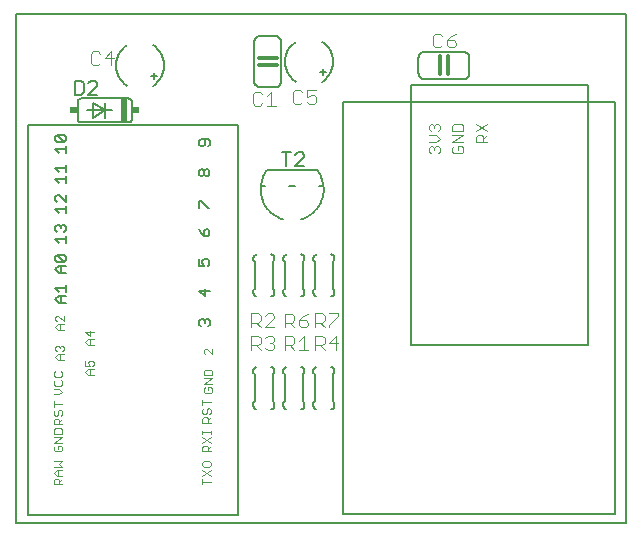
<source format=gto>
G75*
%MOIN*%
%OFA0B0*%
%FSLAX24Y24*%
%IPPOS*%
%LPD*%
%AMOC8*
5,1,8,0,0,1.08239X$1,22.5*
%
%ADD10C,0.0080*%
%ADD11C,0.0060*%
%ADD12C,0.0040*%
%ADD13C,0.0120*%
%ADD14C,0.0050*%
%ADD15C,0.0030*%
%ADD16R,0.0200X0.0800*%
%ADD17R,0.0250X0.0200*%
D10*
X003400Y002400D02*
X023701Y002400D01*
X023701Y019382D01*
X003400Y019382D01*
X003400Y002400D01*
X003775Y002650D02*
X010775Y002650D01*
X010775Y015650D01*
X003775Y015650D01*
X003775Y002650D01*
D11*
X011300Y006300D02*
X011300Y006400D01*
X011350Y006450D01*
X011350Y007350D01*
X011300Y007400D01*
X011300Y007500D01*
X011302Y007517D01*
X011306Y007534D01*
X011313Y007550D01*
X011323Y007564D01*
X011336Y007577D01*
X011350Y007587D01*
X011366Y007594D01*
X011383Y007598D01*
X011400Y007600D01*
X011900Y007600D02*
X011917Y007598D01*
X011934Y007594D01*
X011950Y007587D01*
X011964Y007577D01*
X011977Y007564D01*
X011987Y007550D01*
X011994Y007534D01*
X011998Y007517D01*
X012000Y007500D01*
X012000Y007400D01*
X011950Y007350D01*
X011950Y006450D01*
X012000Y006400D01*
X012000Y006300D01*
X011998Y006283D01*
X011994Y006266D01*
X011987Y006250D01*
X011977Y006236D01*
X011964Y006223D01*
X011950Y006213D01*
X011934Y006206D01*
X011917Y006202D01*
X011900Y006200D01*
X012300Y006300D02*
X012300Y006400D01*
X012350Y006450D01*
X012350Y007350D01*
X012300Y007400D01*
X012300Y007500D01*
X012302Y007517D01*
X012306Y007534D01*
X012313Y007550D01*
X012323Y007564D01*
X012336Y007577D01*
X012350Y007587D01*
X012366Y007594D01*
X012383Y007598D01*
X012400Y007600D01*
X012900Y007600D02*
X012917Y007598D01*
X012934Y007594D01*
X012950Y007587D01*
X012964Y007577D01*
X012977Y007564D01*
X012987Y007550D01*
X012994Y007534D01*
X012998Y007517D01*
X013000Y007500D01*
X013000Y007400D01*
X012950Y007350D01*
X012950Y006450D01*
X013000Y006400D01*
X013000Y006300D01*
X012998Y006283D01*
X012994Y006266D01*
X012987Y006250D01*
X012977Y006236D01*
X012964Y006223D01*
X012950Y006213D01*
X012934Y006206D01*
X012917Y006202D01*
X012900Y006200D01*
X013300Y006300D02*
X013300Y006400D01*
X013350Y006450D01*
X013350Y007350D01*
X013300Y007400D01*
X013300Y007500D01*
X013302Y007517D01*
X013306Y007534D01*
X013313Y007550D01*
X013323Y007564D01*
X013336Y007577D01*
X013350Y007587D01*
X013366Y007594D01*
X013383Y007598D01*
X013400Y007600D01*
X013900Y007600D02*
X013917Y007598D01*
X013934Y007594D01*
X013950Y007587D01*
X013964Y007577D01*
X013977Y007564D01*
X013987Y007550D01*
X013994Y007534D01*
X013998Y007517D01*
X014000Y007500D01*
X014000Y007400D01*
X013950Y007350D01*
X013950Y006450D01*
X014000Y006400D01*
X014000Y006300D01*
X013998Y006283D01*
X013994Y006266D01*
X013987Y006250D01*
X013977Y006236D01*
X013964Y006223D01*
X013950Y006213D01*
X013934Y006206D01*
X013917Y006202D01*
X013900Y006200D01*
X013400Y006200D02*
X013383Y006202D01*
X013366Y006206D01*
X013350Y006213D01*
X013336Y006223D01*
X013323Y006236D01*
X013313Y006250D01*
X013306Y006266D01*
X013302Y006283D01*
X013300Y006300D01*
X012400Y006200D02*
X012383Y006202D01*
X012366Y006206D01*
X012350Y006213D01*
X012336Y006223D01*
X012323Y006236D01*
X012313Y006250D01*
X012306Y006266D01*
X012302Y006283D01*
X012300Y006300D01*
X011400Y006200D02*
X011383Y006202D01*
X011366Y006206D01*
X011350Y006213D01*
X011336Y006223D01*
X011323Y006236D01*
X011313Y006250D01*
X011306Y006266D01*
X011302Y006283D01*
X011300Y006300D01*
X011300Y010050D02*
X011300Y010150D01*
X011350Y010200D01*
X011350Y011100D01*
X011300Y011150D01*
X011300Y011250D01*
X011302Y011267D01*
X011306Y011284D01*
X011313Y011300D01*
X011323Y011314D01*
X011336Y011327D01*
X011350Y011337D01*
X011366Y011344D01*
X011383Y011348D01*
X011400Y011350D01*
X011900Y011350D02*
X011917Y011348D01*
X011934Y011344D01*
X011950Y011337D01*
X011964Y011327D01*
X011977Y011314D01*
X011987Y011300D01*
X011994Y011284D01*
X011998Y011267D01*
X012000Y011250D01*
X012000Y011150D01*
X011950Y011100D01*
X011950Y010200D01*
X012000Y010150D01*
X012000Y010050D01*
X011998Y010033D01*
X011994Y010016D01*
X011987Y010000D01*
X011977Y009986D01*
X011964Y009973D01*
X011950Y009963D01*
X011934Y009956D01*
X011917Y009952D01*
X011900Y009950D01*
X012300Y010050D02*
X012300Y010150D01*
X012350Y010200D01*
X012350Y011100D01*
X012300Y011150D01*
X012300Y011250D01*
X012302Y011267D01*
X012306Y011284D01*
X012313Y011300D01*
X012323Y011314D01*
X012336Y011327D01*
X012350Y011337D01*
X012366Y011344D01*
X012383Y011348D01*
X012400Y011350D01*
X012900Y011350D02*
X012917Y011348D01*
X012934Y011344D01*
X012950Y011337D01*
X012964Y011327D01*
X012977Y011314D01*
X012987Y011300D01*
X012994Y011284D01*
X012998Y011267D01*
X013000Y011250D01*
X013000Y011150D01*
X012950Y011100D01*
X012950Y010200D01*
X013000Y010150D01*
X013000Y010050D01*
X012998Y010033D01*
X012994Y010016D01*
X012987Y010000D01*
X012977Y009986D01*
X012964Y009973D01*
X012950Y009963D01*
X012934Y009956D01*
X012917Y009952D01*
X012900Y009950D01*
X013300Y010050D02*
X013300Y010150D01*
X013350Y010200D01*
X013350Y011100D01*
X013300Y011150D01*
X013300Y011250D01*
X013302Y011267D01*
X013306Y011284D01*
X013313Y011300D01*
X013323Y011314D01*
X013336Y011327D01*
X013350Y011337D01*
X013366Y011344D01*
X013383Y011348D01*
X013400Y011350D01*
X013900Y011350D02*
X013917Y011348D01*
X013934Y011344D01*
X013950Y011337D01*
X013964Y011327D01*
X013977Y011314D01*
X013987Y011300D01*
X013994Y011284D01*
X013998Y011267D01*
X014000Y011250D01*
X014000Y011150D01*
X013950Y011100D01*
X013950Y010200D01*
X014000Y010150D01*
X014000Y010050D01*
X013998Y010033D01*
X013994Y010016D01*
X013987Y010000D01*
X013977Y009986D01*
X013964Y009973D01*
X013950Y009963D01*
X013934Y009956D01*
X013917Y009952D01*
X013900Y009950D01*
X013400Y009950D02*
X013383Y009952D01*
X013366Y009956D01*
X013350Y009963D01*
X013336Y009973D01*
X013323Y009986D01*
X013313Y010000D01*
X013306Y010016D01*
X013302Y010033D01*
X013300Y010050D01*
X012400Y009950D02*
X012383Y009952D01*
X012366Y009956D01*
X012350Y009963D01*
X012336Y009973D01*
X012323Y009986D01*
X012313Y010000D01*
X012306Y010016D01*
X012302Y010033D01*
X012300Y010050D01*
X011400Y009950D02*
X011383Y009952D01*
X011366Y009956D01*
X011350Y009963D01*
X011336Y009973D01*
X011323Y009986D01*
X011313Y010000D01*
X011306Y010016D01*
X011302Y010033D01*
X011300Y010050D01*
X007138Y015750D02*
X005538Y015750D01*
X005521Y015752D01*
X005504Y015756D01*
X005488Y015763D01*
X005474Y015773D01*
X005461Y015786D01*
X005451Y015800D01*
X005444Y015816D01*
X005440Y015833D01*
X005438Y015850D01*
X005438Y016450D01*
X005440Y016467D01*
X005444Y016484D01*
X005451Y016500D01*
X005461Y016514D01*
X005474Y016527D01*
X005488Y016537D01*
X005504Y016544D01*
X005521Y016548D01*
X005538Y016550D01*
X007138Y016550D01*
X007155Y016548D01*
X007172Y016544D01*
X007188Y016537D01*
X007202Y016527D01*
X007215Y016514D01*
X007225Y016500D01*
X007232Y016484D01*
X007236Y016467D01*
X007238Y016450D01*
X007238Y015850D01*
X007236Y015833D01*
X007232Y015816D01*
X007225Y015800D01*
X007215Y015786D01*
X007202Y015773D01*
X007188Y015763D01*
X007172Y015756D01*
X007155Y015752D01*
X007138Y015750D01*
X006588Y016150D02*
X006338Y016150D01*
X006338Y016400D01*
X006338Y016150D02*
X006338Y015900D01*
X006338Y016150D02*
X005938Y015900D01*
X005938Y016400D01*
X006338Y016150D01*
X005738Y016150D01*
X007871Y017301D02*
X008071Y017301D01*
X007971Y017401D02*
X007971Y017201D01*
X007082Y016982D02*
X007037Y017014D01*
X006995Y017048D01*
X006955Y017086D01*
X006918Y017125D01*
X006883Y017168D01*
X006852Y017212D01*
X006824Y017259D01*
X006798Y017308D01*
X006777Y017358D01*
X006758Y017409D01*
X006744Y017462D01*
X006733Y017515D01*
X006725Y017569D01*
X006721Y017624D01*
X006721Y017678D01*
X006725Y017733D01*
X006733Y017787D01*
X006744Y017840D01*
X006758Y017893D01*
X006777Y017944D01*
X006798Y017994D01*
X006824Y018043D01*
X006852Y018090D01*
X006883Y018134D01*
X006918Y018177D01*
X006955Y018216D01*
X006995Y018254D01*
X007037Y018288D01*
X007082Y018320D01*
X007960Y018320D02*
X008005Y018288D01*
X008047Y018254D01*
X008087Y018216D01*
X008124Y018177D01*
X008159Y018134D01*
X008190Y018090D01*
X008218Y018043D01*
X008244Y017994D01*
X008265Y017944D01*
X008284Y017893D01*
X008298Y017840D01*
X008309Y017787D01*
X008317Y017733D01*
X008321Y017678D01*
X008321Y017624D01*
X008317Y017569D01*
X008309Y017515D01*
X008298Y017462D01*
X008284Y017409D01*
X008265Y017358D01*
X008244Y017308D01*
X008218Y017259D01*
X008190Y017212D01*
X008159Y017168D01*
X008124Y017125D01*
X008087Y017086D01*
X008047Y017048D01*
X008005Y017014D01*
X007960Y016982D01*
X011325Y017133D02*
X011325Y018433D01*
X011327Y018459D01*
X011332Y018485D01*
X011340Y018510D01*
X011352Y018533D01*
X011366Y018555D01*
X011384Y018574D01*
X011403Y018592D01*
X011425Y018606D01*
X011448Y018618D01*
X011473Y018626D01*
X011499Y018631D01*
X011525Y018633D01*
X012025Y018633D01*
X012051Y018631D01*
X012077Y018626D01*
X012102Y018618D01*
X012125Y018606D01*
X012147Y018592D01*
X012166Y018574D01*
X012184Y018555D01*
X012198Y018533D01*
X012210Y018510D01*
X012218Y018485D01*
X012223Y018459D01*
X012225Y018433D01*
X012225Y017133D01*
X012223Y017107D01*
X012218Y017081D01*
X012210Y017056D01*
X012198Y017033D01*
X012184Y017011D01*
X012166Y016992D01*
X012147Y016974D01*
X012125Y016960D01*
X012102Y016948D01*
X012077Y016940D01*
X012051Y016935D01*
X012025Y016933D01*
X011525Y016933D01*
X011499Y016935D01*
X011473Y016940D01*
X011448Y016948D01*
X011425Y016960D01*
X011403Y016974D01*
X011384Y016992D01*
X011366Y017011D01*
X011352Y017033D01*
X011340Y017056D01*
X011332Y017081D01*
X011327Y017107D01*
X011325Y017133D01*
X013590Y017109D02*
X013635Y017141D01*
X013677Y017175D01*
X013717Y017213D01*
X013754Y017252D01*
X013789Y017295D01*
X013820Y017339D01*
X013848Y017386D01*
X013874Y017435D01*
X013895Y017485D01*
X013914Y017536D01*
X013928Y017589D01*
X013939Y017642D01*
X013947Y017696D01*
X013951Y017751D01*
X013951Y017805D01*
X013947Y017860D01*
X013939Y017914D01*
X013928Y017967D01*
X013914Y018020D01*
X013895Y018071D01*
X013874Y018121D01*
X013848Y018170D01*
X013820Y018217D01*
X013789Y018261D01*
X013754Y018304D01*
X013717Y018343D01*
X013677Y018381D01*
X013635Y018415D01*
X013590Y018447D01*
X012712Y018447D02*
X012667Y018415D01*
X012625Y018381D01*
X012585Y018343D01*
X012548Y018304D01*
X012513Y018261D01*
X012482Y018217D01*
X012454Y018170D01*
X012428Y018121D01*
X012407Y018071D01*
X012388Y018020D01*
X012374Y017967D01*
X012363Y017914D01*
X012355Y017860D01*
X012351Y017805D01*
X012351Y017751D01*
X012355Y017696D01*
X012363Y017642D01*
X012374Y017589D01*
X012388Y017536D01*
X012407Y017485D01*
X012428Y017435D01*
X012454Y017386D01*
X012482Y017339D01*
X012513Y017295D01*
X012548Y017252D01*
X012585Y017213D01*
X012625Y017175D01*
X012667Y017141D01*
X012712Y017109D01*
X013501Y017428D02*
X013701Y017428D01*
X013601Y017528D02*
X013601Y017328D01*
X016800Y017400D02*
X016800Y017900D01*
X016802Y017926D01*
X016807Y017952D01*
X016815Y017977D01*
X016827Y018000D01*
X016841Y018022D01*
X016859Y018041D01*
X016878Y018059D01*
X016900Y018073D01*
X016923Y018085D01*
X016948Y018093D01*
X016974Y018098D01*
X017000Y018100D01*
X018300Y018100D01*
X018326Y018098D01*
X018352Y018093D01*
X018377Y018085D01*
X018400Y018073D01*
X018422Y018059D01*
X018441Y018041D01*
X018459Y018022D01*
X018473Y018000D01*
X018485Y017977D01*
X018493Y017952D01*
X018498Y017926D01*
X018500Y017900D01*
X018500Y017400D01*
X018498Y017374D01*
X018493Y017348D01*
X018485Y017323D01*
X018473Y017300D01*
X018459Y017278D01*
X018441Y017259D01*
X018422Y017241D01*
X018400Y017227D01*
X018377Y017215D01*
X018352Y017207D01*
X018326Y017202D01*
X018300Y017200D01*
X017000Y017200D01*
X016974Y017202D01*
X016948Y017207D01*
X016923Y017215D01*
X016900Y017227D01*
X016878Y017241D01*
X016859Y017259D01*
X016841Y017278D01*
X016827Y017300D01*
X016815Y017323D01*
X016807Y017348D01*
X016802Y017374D01*
X016800Y017400D01*
D12*
X017359Y018255D02*
X017513Y018255D01*
X017590Y018332D01*
X017743Y018332D02*
X017820Y018255D01*
X017973Y018255D01*
X018050Y018332D01*
X018050Y018409D01*
X017973Y018485D01*
X017743Y018485D01*
X017743Y018332D01*
X017743Y018485D02*
X017896Y018639D01*
X018050Y018716D01*
X017590Y018639D02*
X017513Y018716D01*
X017359Y018716D01*
X017283Y018639D01*
X017283Y018332D01*
X017359Y018255D01*
X013389Y016831D02*
X013082Y016831D01*
X013082Y016601D01*
X013235Y016678D01*
X013312Y016678D01*
X013389Y016601D01*
X013389Y016448D01*
X013312Y016371D01*
X013158Y016371D01*
X013082Y016448D01*
X012928Y016448D02*
X012851Y016371D01*
X012698Y016371D01*
X012621Y016448D01*
X012621Y016754D01*
X012698Y016831D01*
X012851Y016831D01*
X012928Y016754D01*
X012047Y016313D02*
X011740Y016313D01*
X011893Y016313D02*
X011893Y016773D01*
X011740Y016619D01*
X011586Y016696D02*
X011509Y016773D01*
X011356Y016773D01*
X011279Y016696D01*
X011279Y016389D01*
X011356Y016313D01*
X011509Y016313D01*
X011586Y016389D01*
X006641Y017888D02*
X006334Y017888D01*
X006564Y018118D01*
X006564Y017658D01*
X006180Y017735D02*
X006103Y017658D01*
X005950Y017658D01*
X005873Y017735D01*
X005873Y018042D01*
X005950Y018118D01*
X006103Y018118D01*
X006180Y018042D01*
X004975Y009312D02*
X004975Y009125D01*
X004788Y009312D01*
X004741Y009312D01*
X004695Y009265D01*
X004695Y009172D01*
X004741Y009125D01*
X004788Y009018D02*
X004695Y008924D01*
X004788Y008831D01*
X004975Y008831D01*
X004835Y008831D02*
X004835Y009018D01*
X004788Y009018D02*
X004975Y009018D01*
X005695Y008765D02*
X005835Y008625D01*
X005835Y008812D01*
X005975Y008765D02*
X005695Y008765D01*
X005788Y008518D02*
X005975Y008518D01*
X005835Y008518D02*
X005835Y008331D01*
X005788Y008331D02*
X005975Y008331D01*
X005788Y008331D02*
X005695Y008424D01*
X005788Y008518D01*
X004975Y008265D02*
X004975Y008172D01*
X004928Y008125D01*
X004975Y008018D02*
X004788Y008018D01*
X004695Y007924D01*
X004788Y007831D01*
X004975Y007831D01*
X004835Y007831D02*
X004835Y008018D01*
X004741Y008125D02*
X004695Y008172D01*
X004695Y008265D01*
X004741Y008312D01*
X004788Y008312D01*
X004835Y008265D01*
X004882Y008312D01*
X004928Y008312D01*
X004975Y008265D01*
X004835Y008265D02*
X004835Y008219D01*
X005695Y007812D02*
X005695Y007625D01*
X005835Y007625D01*
X005788Y007719D01*
X005788Y007765D01*
X005835Y007812D01*
X005928Y007812D01*
X005975Y007765D01*
X005975Y007672D01*
X005928Y007625D01*
X005975Y007518D02*
X005788Y007518D01*
X005695Y007424D01*
X005788Y007331D01*
X005975Y007331D01*
X005835Y007331D02*
X005835Y007518D01*
X004925Y007415D02*
X004878Y007462D01*
X004925Y007415D02*
X004925Y007322D01*
X004878Y007275D01*
X004691Y007275D01*
X004645Y007322D01*
X004645Y007415D01*
X004691Y007462D01*
X004691Y007168D02*
X004645Y007121D01*
X004645Y007027D01*
X004691Y006981D01*
X004878Y006981D01*
X004925Y007027D01*
X004925Y007121D01*
X004878Y007168D01*
X004832Y006873D02*
X004645Y006873D01*
X004832Y006873D02*
X004925Y006779D01*
X004832Y006686D01*
X004645Y006686D01*
X004645Y006462D02*
X004645Y006275D01*
X004645Y006369D02*
X004925Y006369D01*
X004878Y006168D02*
X004925Y006121D01*
X004925Y006027D01*
X004878Y005981D01*
X004785Y006027D02*
X004785Y006121D01*
X004832Y006168D01*
X004878Y006168D01*
X004785Y006027D02*
X004738Y005981D01*
X004691Y005981D01*
X004645Y006027D01*
X004645Y006121D01*
X004691Y006168D01*
X004691Y005873D02*
X004785Y005873D01*
X004832Y005826D01*
X004832Y005686D01*
X004925Y005686D02*
X004645Y005686D01*
X004645Y005826D01*
X004691Y005873D01*
X004832Y005779D02*
X004925Y005873D01*
X004878Y005562D02*
X004691Y005562D01*
X004645Y005515D01*
X004645Y005375D01*
X004925Y005375D01*
X004925Y005515D01*
X004878Y005562D01*
X004925Y005268D02*
X004645Y005268D01*
X004645Y005081D02*
X004925Y005268D01*
X004925Y005081D02*
X004645Y005081D01*
X004691Y004973D02*
X004645Y004926D01*
X004645Y004833D01*
X004691Y004786D01*
X004878Y004786D01*
X004925Y004833D01*
X004925Y004926D01*
X004878Y004973D01*
X004785Y004973D01*
X004785Y004879D01*
X004925Y004462D02*
X004645Y004462D01*
X004645Y004275D02*
X004925Y004275D01*
X004832Y004369D01*
X004925Y004462D01*
X004925Y004168D02*
X004738Y004168D01*
X004645Y004074D01*
X004738Y003981D01*
X004925Y003981D01*
X004925Y003873D02*
X004832Y003779D01*
X004832Y003826D02*
X004832Y003686D01*
X004925Y003686D02*
X004645Y003686D01*
X004645Y003826D01*
X004691Y003873D01*
X004785Y003873D01*
X004832Y003826D01*
X004785Y003981D02*
X004785Y004168D01*
X009595Y004168D02*
X009875Y003981D01*
X009875Y004168D02*
X009595Y003981D01*
X009595Y003873D02*
X009595Y003686D01*
X009595Y003779D02*
X009875Y003779D01*
X009828Y004275D02*
X009875Y004322D01*
X009875Y004415D01*
X009828Y004462D01*
X009641Y004462D01*
X009595Y004415D01*
X009595Y004322D01*
X009641Y004275D01*
X009828Y004275D01*
X009782Y004784D02*
X009782Y004924D01*
X009735Y004971D01*
X009641Y004971D01*
X009595Y004924D01*
X009595Y004784D01*
X009875Y004784D01*
X009782Y004878D02*
X009875Y004971D01*
X009875Y005079D02*
X009595Y005266D01*
X009595Y005374D02*
X009595Y005467D01*
X009595Y005420D02*
X009875Y005420D01*
X009875Y005374D02*
X009875Y005467D01*
X009875Y005266D02*
X009595Y005079D01*
X009595Y005736D02*
X009595Y005876D01*
X009641Y005923D01*
X009735Y005923D01*
X009782Y005876D01*
X009782Y005736D01*
X009875Y005736D02*
X009595Y005736D01*
X009782Y005829D02*
X009875Y005923D01*
X009828Y006031D02*
X009875Y006077D01*
X009875Y006171D01*
X009828Y006218D01*
X009782Y006218D01*
X009735Y006171D01*
X009735Y006077D01*
X009688Y006031D01*
X009641Y006031D01*
X009595Y006077D01*
X009595Y006171D01*
X009641Y006218D01*
X009595Y006325D02*
X009595Y006512D01*
X009595Y006419D02*
X009875Y006419D01*
X009878Y006736D02*
X009691Y006736D01*
X009645Y006783D01*
X009645Y006876D01*
X009691Y006923D01*
X009785Y006923D02*
X009785Y006829D01*
X009785Y006923D02*
X009878Y006923D01*
X009925Y006876D01*
X009925Y006783D01*
X009878Y006736D01*
X009925Y007031D02*
X009645Y007031D01*
X009925Y007218D01*
X009645Y007218D01*
X009645Y007325D02*
X009645Y007465D01*
X009691Y007512D01*
X009878Y007512D01*
X009925Y007465D01*
X009925Y007325D01*
X009645Y007325D01*
X009691Y008025D02*
X009645Y008072D01*
X009645Y008165D01*
X009691Y008212D01*
X009738Y008212D01*
X009925Y008025D01*
X009925Y008212D01*
X011233Y008170D02*
X011233Y008630D01*
X011463Y008630D01*
X011539Y008554D01*
X011539Y008400D01*
X011463Y008323D01*
X011233Y008323D01*
X011386Y008323D02*
X011539Y008170D01*
X011693Y008247D02*
X011770Y008170D01*
X011923Y008170D01*
X012000Y008247D01*
X012000Y008323D01*
X011923Y008400D01*
X011846Y008400D01*
X011923Y008400D02*
X012000Y008477D01*
X012000Y008554D01*
X011923Y008630D01*
X011770Y008630D01*
X011693Y008554D01*
X012358Y008628D02*
X012588Y008628D01*
X012664Y008551D01*
X012664Y008398D01*
X012588Y008321D01*
X012358Y008321D01*
X012511Y008321D02*
X012664Y008168D01*
X012818Y008168D02*
X013125Y008168D01*
X012971Y008168D02*
X012971Y008628D01*
X012818Y008474D01*
X013360Y008326D02*
X013590Y008326D01*
X013667Y008403D01*
X013667Y008556D01*
X013590Y008633D01*
X013360Y008633D01*
X013360Y008173D01*
X013513Y008326D02*
X013667Y008173D01*
X013820Y008403D02*
X014127Y008403D01*
X014051Y008173D02*
X014051Y008633D01*
X013820Y008403D01*
X013825Y008928D02*
X013825Y009004D01*
X014132Y009311D01*
X014132Y009388D01*
X013825Y009388D01*
X013672Y009311D02*
X013672Y009158D01*
X013595Y009081D01*
X013365Y009081D01*
X013518Y009081D02*
X013672Y008928D01*
X013365Y008928D02*
X013365Y009388D01*
X013595Y009388D01*
X013672Y009311D01*
X013120Y009383D02*
X012966Y009306D01*
X012813Y009153D01*
X013043Y009153D01*
X013120Y009076D01*
X013120Y008999D01*
X013043Y008923D01*
X012890Y008923D01*
X012813Y008999D01*
X012813Y009153D01*
X012659Y009153D02*
X012659Y009306D01*
X012583Y009383D01*
X012353Y009383D01*
X012353Y008923D01*
X012353Y009076D02*
X012583Y009076D01*
X012659Y009153D01*
X012506Y009076D02*
X012659Y008923D01*
X012358Y008628D02*
X012358Y008168D01*
X012000Y008925D02*
X011693Y008925D01*
X012000Y009232D01*
X012000Y009309D01*
X011923Y009385D01*
X011770Y009385D01*
X011693Y009309D01*
X011539Y009309D02*
X011539Y009155D01*
X011463Y009078D01*
X011233Y009078D01*
X011386Y009078D02*
X011539Y008925D01*
X011233Y008925D02*
X011233Y009385D01*
X011463Y009385D01*
X011539Y009309D01*
D13*
X017520Y017350D02*
X017520Y017950D01*
X017770Y017950D02*
X017770Y017350D01*
X012075Y017653D02*
X011475Y017653D01*
X011475Y017903D02*
X012075Y017903D01*
D14*
X014294Y016437D02*
X014294Y002697D01*
X023349Y002697D01*
X023349Y016437D01*
X014294Y016437D01*
X016537Y016990D02*
X016537Y008329D01*
X022443Y008329D01*
X022443Y016990D01*
X016537Y016990D01*
X012998Y014675D02*
X012923Y014750D01*
X012773Y014750D01*
X012698Y014675D01*
X012538Y014750D02*
X012238Y014750D01*
X012388Y014750D02*
X012388Y014300D01*
X012698Y014300D02*
X012998Y014600D01*
X012998Y014675D01*
X012998Y014300D02*
X012698Y014300D01*
X013412Y014175D02*
X011763Y014175D01*
X011700Y013625D02*
X011542Y013625D01*
X012475Y013625D02*
X012700Y013625D01*
X013412Y014175D02*
X013447Y014127D01*
X013480Y014077D01*
X013511Y014025D01*
X013538Y013971D01*
X013562Y013916D01*
X013582Y013859D01*
X013600Y013802D01*
X013614Y013744D01*
X013625Y013685D01*
X013632Y013625D01*
X013633Y013625D02*
X013475Y013625D01*
X013633Y013625D02*
X013637Y013563D01*
X013638Y013500D01*
X013634Y013438D01*
X013627Y013376D01*
X013617Y013315D01*
X013602Y013254D01*
X013584Y013194D01*
X013563Y013135D01*
X013538Y013078D01*
X013510Y013023D01*
X013479Y012969D01*
X013444Y012917D01*
X013406Y012867D01*
X013366Y012820D01*
X013322Y012775D01*
X013277Y012732D01*
X013228Y012693D01*
X013178Y012656D01*
X013125Y012623D01*
X013071Y012592D01*
X013014Y012565D01*
X012957Y012542D01*
X012898Y012522D01*
X012277Y012522D02*
X012217Y012542D01*
X012158Y012566D01*
X012101Y012594D01*
X012046Y012625D01*
X011992Y012660D01*
X011941Y012697D01*
X011892Y012738D01*
X011846Y012782D01*
X011802Y012828D01*
X011761Y012877D01*
X011723Y012928D01*
X011689Y012981D01*
X011657Y013037D01*
X011630Y013094D01*
X011605Y013153D01*
X011585Y013213D01*
X011567Y013274D01*
X011554Y013336D01*
X011545Y013399D01*
X011539Y013462D01*
X011537Y013526D01*
X011539Y013590D01*
X011545Y013653D01*
X011554Y013716D01*
X011568Y013778D01*
X011585Y013839D01*
X011606Y013899D01*
X011630Y013958D01*
X011658Y014015D01*
X011690Y014071D01*
X011725Y014124D01*
X011762Y014175D01*
X009850Y015015D02*
X009850Y015132D01*
X009792Y015190D01*
X009558Y015190D01*
X009500Y015132D01*
X009500Y015015D01*
X009558Y014957D01*
X009616Y014957D01*
X009675Y015015D01*
X009675Y015190D01*
X009850Y015015D02*
X009792Y014957D01*
X009772Y014190D02*
X009830Y014132D01*
X009830Y014015D01*
X009772Y013957D01*
X009713Y013957D01*
X009655Y014015D01*
X009655Y014132D01*
X009713Y014190D01*
X009772Y014190D01*
X009655Y014132D02*
X009596Y014190D01*
X009538Y014190D01*
X009480Y014132D01*
X009480Y014015D01*
X009538Y013957D01*
X009596Y013957D01*
X009655Y014015D01*
X009538Y013140D02*
X009772Y012907D01*
X009830Y012907D01*
X009480Y012907D02*
X009480Y013140D01*
X009538Y013140D01*
X009480Y012190D02*
X009538Y012073D01*
X009655Y011957D01*
X009655Y012132D01*
X009713Y012190D01*
X009772Y012190D01*
X009830Y012132D01*
X009830Y012015D01*
X009772Y011957D01*
X009655Y011957D01*
X009655Y011190D02*
X009772Y011190D01*
X009830Y011132D01*
X009830Y011015D01*
X009772Y010957D01*
X009655Y010957D02*
X009596Y011073D01*
X009596Y011132D01*
X009655Y011190D01*
X009480Y011190D02*
X009480Y010957D01*
X009655Y010957D01*
X009675Y010190D02*
X009675Y009957D01*
X009500Y010132D01*
X009850Y010132D01*
X009792Y009190D02*
X009850Y009132D01*
X009850Y009015D01*
X009792Y008957D01*
X009675Y009073D02*
X009675Y009132D01*
X009733Y009190D01*
X009792Y009190D01*
X009675Y009132D02*
X009616Y009190D01*
X009558Y009190D01*
X009500Y009132D01*
X009500Y009015D01*
X009558Y008957D01*
X005050Y009738D02*
X004816Y009738D01*
X004700Y009855D01*
X004816Y009972D01*
X005050Y009972D01*
X005050Y010107D02*
X005050Y010340D01*
X005050Y010223D02*
X004700Y010223D01*
X004816Y010107D01*
X004875Y009972D02*
X004875Y009738D01*
X004875Y010738D02*
X004875Y010972D01*
X004816Y010972D02*
X005050Y010972D01*
X004992Y011107D02*
X004758Y011340D01*
X004992Y011340D01*
X005050Y011282D01*
X005050Y011165D01*
X004992Y011107D01*
X004758Y011107D01*
X004700Y011165D01*
X004700Y011282D01*
X004758Y011340D01*
X004816Y010972D02*
X004700Y010855D01*
X004816Y010738D01*
X005050Y010738D01*
X005050Y011738D02*
X005050Y011972D01*
X005050Y011855D02*
X004700Y011855D01*
X004816Y011738D01*
X004758Y012107D02*
X004700Y012165D01*
X004700Y012282D01*
X004758Y012340D01*
X004816Y012340D01*
X004875Y012282D01*
X004933Y012340D01*
X004992Y012340D01*
X005050Y012282D01*
X005050Y012165D01*
X004992Y012107D01*
X004875Y012223D02*
X004875Y012282D01*
X004816Y012738D02*
X004700Y012855D01*
X005050Y012855D01*
X005050Y012738D02*
X005050Y012972D01*
X005050Y013107D02*
X004816Y013340D01*
X004758Y013340D01*
X004700Y013282D01*
X004700Y013165D01*
X004758Y013107D01*
X005050Y013107D02*
X005050Y013340D01*
X005050Y013738D02*
X005050Y013972D01*
X005050Y013855D02*
X004700Y013855D01*
X004816Y013738D01*
X004816Y014107D02*
X004700Y014223D01*
X005050Y014223D01*
X005050Y014107D02*
X005050Y014340D01*
X005050Y014738D02*
X005050Y014972D01*
X005050Y014855D02*
X004700Y014855D01*
X004816Y014738D01*
X004758Y015107D02*
X004700Y015165D01*
X004700Y015282D01*
X004758Y015340D01*
X004992Y015107D01*
X005050Y015165D01*
X005050Y015282D01*
X004992Y015340D01*
X004758Y015340D01*
X004758Y015107D02*
X004992Y015107D01*
X005338Y016675D02*
X005563Y016675D01*
X005638Y016750D01*
X005638Y017050D01*
X005563Y017125D01*
X005338Y017125D01*
X005338Y016675D01*
X005798Y016675D02*
X006098Y016975D01*
X006098Y017050D01*
X006023Y017125D01*
X005873Y017125D01*
X005798Y017050D01*
X005798Y016675D02*
X006098Y016675D01*
D15*
X017143Y015641D02*
X017204Y015703D01*
X017266Y015703D01*
X017328Y015641D01*
X017390Y015703D01*
X017451Y015703D01*
X017513Y015641D01*
X017513Y015518D01*
X017451Y015456D01*
X017390Y015335D02*
X017143Y015335D01*
X017204Y015456D02*
X017143Y015518D01*
X017143Y015641D01*
X017328Y015641D02*
X017328Y015580D01*
X017390Y015335D02*
X017513Y015211D01*
X017390Y015088D01*
X017143Y015088D01*
X017204Y014966D02*
X017266Y014966D01*
X017328Y014905D01*
X017390Y014966D01*
X017451Y014966D01*
X017513Y014905D01*
X017513Y014781D01*
X017451Y014719D01*
X017328Y014843D02*
X017328Y014905D01*
X017204Y014966D02*
X017143Y014905D01*
X017143Y014781D01*
X017204Y014719D01*
X017930Y014781D02*
X017992Y014719D01*
X018239Y014719D01*
X018300Y014781D01*
X018300Y014905D01*
X018239Y014966D01*
X018115Y014966D01*
X018115Y014843D01*
X017992Y014966D02*
X017930Y014905D01*
X017930Y014781D01*
X017930Y015088D02*
X018300Y015335D01*
X017930Y015335D01*
X017930Y015456D02*
X017930Y015641D01*
X017992Y015703D01*
X018239Y015703D01*
X018300Y015641D01*
X018300Y015456D01*
X017930Y015456D01*
X017930Y015088D02*
X018300Y015088D01*
X018718Y015088D02*
X018718Y015273D01*
X018779Y015335D01*
X018903Y015335D01*
X018964Y015273D01*
X018964Y015088D01*
X018964Y015211D02*
X019088Y015335D01*
X019088Y015456D02*
X018718Y015703D01*
X018718Y015456D02*
X019088Y015703D01*
X019088Y015088D02*
X018718Y015088D01*
D16*
X006988Y016150D03*
D17*
X007363Y016150D03*
X005313Y016150D03*
M02*

</source>
